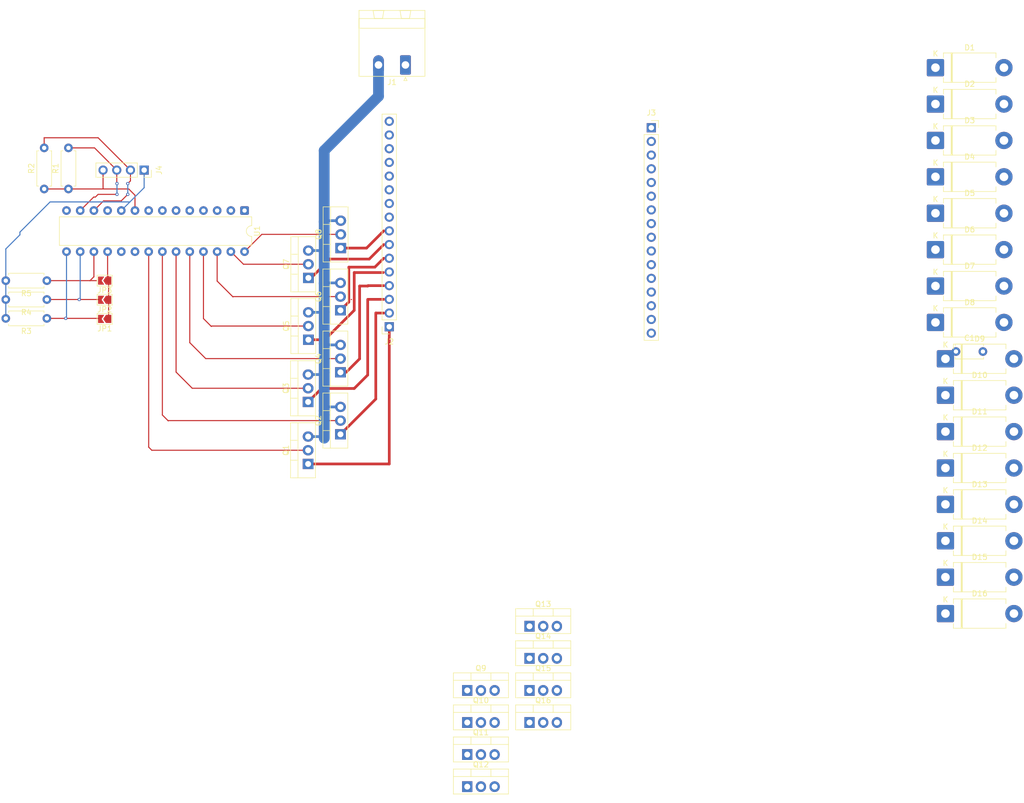
<source format=kicad_pcb>
(kicad_pcb (version 20241229) (generator "pcbnew") (generator_version "9.0")
  (layers (0 "F.Cu" signal) (2 "B.Cu" signal) (13 "F.Paste" user) (15 "B.Paste" user) (5 "F.SilkS" user "F.Silkscreen") (7 "B.SilkS" user "B.Silkscreen") (1 "F.Mask" user) (3 "B.Mask" user) (25 "Edge.Cuts" user))
  (net 0 "")
  (net 1 "+12V")
  (net 2 "GNDPWR")
  (net 3 "Net-(D1-A)")
  (net 4 "Net-(D2-A)")
  (net 5 "Net-(D3-A)")
  (net 6 "Net-(D4-A)")
  (net 7 "Net-(D5-A)")
  (net 8 "Net-(D6-A)")
  (net 9 "Net-(D7-A)")
  (net 10 "Net-(D8-A)")
  (net 11 "Net-(D9-A)")
  (net 12 "Net-(D10-A)")
  (net 13 "Net-(D11-A)")
  (net 14 "Net-(D12-A)")
  (net 15 "Net-(D13-A)")
  (net 16 "Net-(D14-A)")
  (net 17 "Net-(D15-A)")
  (net 18 "Net-(D16-A)")
  (net 19 "/SDA")
  (net 20 "/SDK")
  (net 21 "+3.3V")
  (net 22 "Net-(JP1-B)")
  (net 23 "Net-(JP2-B)")
  (net 24 "Net-(JP3-B)")
  (net 25 "/Sol1")
  (net 26 "/Sol2")
  (net 27 "/Sol3")
  (net 28 "/Sol4")
  (net 29 "/Sol5")
  (net 30 "/Sol6")
  (net 31 "/Sol7")
  (net 32 "/Sol8")
  (net 33 "/Sol9")
  (net 34 "/Sol10")
  (net 35 "/Sol11")
  (net 36 "/Sol12")
  (net 37 "/Sol13")
  (net 38 "/Sol14")
  (net 39 "/Sol15")
  (net 40 "/Sol16")
  (footprint "Jumper:SolderJumper-2_P1.3mm_Open_TrianglePad1.0x1.5mm" (layer "F.Cu") (at 66.225 95.5 180)
    (property "Reference" "JP3" (at 0 -1.8 0) (layer "F.SilkS"))
    (property "Value" "SolderJumper_2_Open")
    (pad "1" smd custom (at -0.725 0 180) (size 0.3 0.3) (layers "F.Cu" "F.Mask") (net 21 "+3.3V") (options (clearance outline) (anchor rect)) (primitives (gr_poly (pts (xy 1 0) (xy 0.5 0.75) (xy -0.5 0.75) (xy -0.5 -0.75) (xy 0.5 -0.75)) (width 0) (fill yes))))
    (pad "2" smd custom (at 0.725 0 180) (size 0.3 0.3) (layers "F.Cu" "F.Mask") (net 24 "Net-(JP3-B)") (options (clearance outline) (anchor rect)) (primitives (gr_poly (pts (xy 0.5 0.75) (xy -0.65 0.75) (xy -0.15 0) (xy -0.65 -0.75) (xy 0.5 -0.75)) (width 0) (fill yes))))
  )
  (footprint "Diode_THT:D_DO-201AD_P12.70mm_Horizontal" (layer "F.Cu") (at 220.3 76.25)
    (property "Reference" "D4" (at 6.35 -3.72 0) (layer "F.SilkS"))
    (property "Value" "D_Schottky")
    (fp_text user "K" (at 0 -2.6 0) (layer "F.SilkS"))
    (pad "1" thru_hole roundrect (at 0 0) (size 3.2 3.2) (drill 1.6) (layers "*.Cu" "*.Mask") (roundrect_rratio 0.078125) (net 1 "+12V"))
    (pad "2" thru_hole circle (at 12.7 0) (size 3.2 3.2) (drill 1.6) (layers "*.Cu" "*.Mask") (net 6 "Net-(D4-A)"))
  )
  (footprint "Diode_THT:D_DO-201AD_P12.70mm_Horizontal" (layer "F.Cu") (at 222.15 143.75)
    (property "Reference" "D14" (at 6.35 -3.72 0) (layer "F.SilkS"))
    (property "Value" "D_Schottky")
    (fp_text user "K" (at 0 -2.6 0) (layer "F.SilkS"))
    (pad "1" thru_hole roundrect (at 0 0) (size 3.2 3.2) (drill 1.6) (layers "*.Cu" "*.Mask") (roundrect_rratio 0.078125) (net 1 "+12V"))
    (pad "2" thru_hole circle (at 12.7 0) (size 3.2 3.2) (drill 1.6) (layers "*.Cu" "*.Mask") (net 16 "Net-(D14-A)"))
  )
  (footprint "Package_TO_SOT_THT:TO-220-3_Vertical" (layer "F.Cu") (at 110 89.46 90)
    (property "Reference" "Q8" (at 2.54 -4.1 90) (layer "F.SilkS"))
    (property "Value" "NMOS")
    (pad "1" thru_hole rect (at 0 0 90) (size 1.905 2) (drill 1.1) (layers "*.Cu" "*.Mask") (net 10 "Net-(D8-A)"))
    (pad "2" thru_hole oval (at 2.54 0 90) (size 1.905 2) (drill 1.1) (layers "*.Cu" "*.Mask") (net 32 "/Sol8"))
    (pad "3" thru_hole oval (at 5.08 0 90) (size 1.905 2) (drill 1.1) (layers "*.Cu" "*.Mask") (net 2 "GNDPWR"))
  )
  (footprint "Connector_PinSocket_2.54mm:PinSocket_1x04_P2.54mm_Vertical" (layer "F.Cu") (at 73.54 75 -90)
    (property "Reference" "J4" (at 0 -2.77 90) (layer "F.SilkS"))
    (property "Value" "Screw_Terminal_01x04")
    (pad "1" thru_hole rect (at 0 0 270) (size 1.7 1.7) (drill 1) (layers "*.Cu" "*.Mask") (net 2 "GNDPWR"))
    (pad "2" thru_hole circle (at 0 2.54 270) (size 1.7 1.7) (drill 1) (layers "*.Cu" "*.Mask") (net 20 "/SDK"))
    (pad "3" thru_hole circle (at 0 5.08 270) (size 1.7 1.7) (drill 1) (layers "*.Cu" "*.Mask") (net 19 "/SDA"))
    (pad "4" thru_hole circle (at 0 7.62 270) (size 1.7 1.7) (drill 1) (layers "*.Cu" "*.Mask") (net 21 "+3.3V"))
  )
  (footprint "Diode_THT:D_DO-201AD_P12.70mm_Horizontal" (layer "F.Cu") (at 222.15 157.25)
    (property "Reference" "D16" (at 6.35 -3.72 0) (layer "F.SilkS"))
    (property "Value" "D_Schottky")
    (fp_text user "K" (at 0 -2.6 0) (layer "F.SilkS"))
    (pad "1" thru_hole roundrect (at 0 0) (size 3.2 3.2) (drill 1.6) (layers "*.Cu" "*.Mask") (roundrect_rratio 0.078125) (net 1 "+12V"))
    (pad "2" thru_hole circle (at 12.7 0) (size 3.2 3.2) (drill 1.6) (layers "*.Cu" "*.Mask") (net 18 "Net-(D16-A)"))
  )
  (footprint "Diode_THT:D_DO-201AD_P12.70mm_Horizontal" (layer "F.Cu") (at 220.3 96.5)
    (property "Reference" "D7" (at 6.35 -3.72 0) (layer "F.SilkS"))
    (property "Value" "D_Schottky")
    (fp_text user "K" (at 0 -2.6 0) (layer "F.SilkS"))
    (pad "1" thru_hole roundrect (at 0 0) (size 3.2 3.2) (drill 1.6) (layers "*.Cu" "*.Mask") (roundrect_rratio 0.078125) (net 1 "+12V"))
    (pad "2" thru_hole circle (at 12.7 0) (size 3.2 3.2) (drill 1.6) (layers "*.Cu" "*.Mask") (net 9 "Net-(D7-A)"))
  )
  (footprint "Diode_THT:D_DO-201AD_P12.70mm_Horizontal" (layer "F.Cu") (at 220.3 62.75)
    (property "Reference" "D2" (at 6.35 -3.72 0) (layer "F.SilkS"))
    (property "Value" "D_Schottky")
    (fp_text user "K" (at 0 -2.6 0) (layer "F.SilkS"))
    (pad "1" thru_hole roundrect (at 0 0) (size 3.2 3.2) (drill 1.6) (layers "*.Cu" "*.Mask") (roundrect_rratio 0.078125) (net 1 "+12V"))
    (pad "2" thru_hole circle (at 12.7 0) (size 3.2 3.2) (drill 1.6) (layers "*.Cu" "*.Mask") (net 4 "Net-(D2-A)"))
  )
  (footprint "Diode_THT:D_DO-201AD_P12.70mm_Horizontal" (layer "F.Cu") (at 220.3 83)
    (property "Reference" "D5" (at 6.35 -3.72 0) (layer "F.SilkS"))
    (property "Value" "D_Schottky")
    (fp_text user "K" (at 0 -2.6 0) (layer "F.SilkS"))
    (pad "1" thru_hole roundrect (at 0 0) (size 3.2 3.2) (drill 1.6) (layers "*.Cu" "*.Mask") (roundrect_rratio 0.078125) (net 1 "+12V"))
    (pad "2" thru_hole circle (at 12.7 0) (size 3.2 3.2) (drill 1.6) (layers "*.Cu" "*.Mask") (net 7 "Net-(D5-A)"))
  )
  (footprint "Package_TO_SOT_THT:TO-220-3_Vertical" (layer "F.Cu") (at 103.95 129.5 90)
    (property "Reference" "Q1" (at 2.54 -4.1 90) (layer "F.SilkS"))
    (property "Value" "NMOS")
    (pad "1" thru_hole rect (at 0 0 90) (size 1.905 2) (drill 1.1) (layers "*.Cu" "*.Mask") (net 3 "Net-(D1-A)"))
    (pad "2" thru_hole oval (at 2.54 0 90) (size 1.905 2) (drill 1.1) (layers "*.Cu" "*.Mask") (net 25 "/Sol1"))
    (pad "3" thru_hole oval (at 5.08 0 90) (size 1.905 2) (drill 1.1) (layers "*.Cu" "*.Mask") (net 2 "GNDPWR"))
  )
  (footprint "Package_TO_SOT_THT:TO-220-3_Vertical" (layer "F.Cu") (at 145.01 159.6)
    (property "Reference" "Q13" (at 2.54 -4.1 0) (layer "F.SilkS"))
    (property "Value" "NMOS")
    (pad "1" thru_hole rect (at 0 0) (size 1.905 2) (drill 1.1) (layers "*.Cu" "*.Mask") (net 15 "Net-(D13-A)"))
    (pad "2" thru_hole oval (at 2.54 0) (size 1.905 2) (drill 1.1) (layers "*.Cu" "*.Mask") (net 37 "/Sol13"))
    (pad "3" thru_hole oval (at 5.08 0) (size 1.905 2) (drill 1.1) (layers "*.Cu" "*.Mask") (net 2 "GNDPWR"))
  )
  (footprint "Package_TO_SOT_THT:TO-220-3_Vertical" (layer "F.Cu") (at 104 106.46 90)
    (property "Reference" "Q5" (at 2.54 -4.1 90) (layer "F.SilkS"))
    (property "Value" "NMOS")
    (pad "1" thru_hole rect (at 0 0 90) (size 1.905 2) (drill 1.1) (layers "*.Cu" "*.Mask") (net 7 "Net-(D5-A)"))
    (pad "2" thru_hole oval (at 2.54 0 90) (size 1.905 2) (drill 1.1) (layers "*.Cu" "*.Mask") (net 29 "/Sol5"))
    (pad "3" thru_hole oval (at 5.08 0 90) (size 1.905 2) (drill 1.1) (layers "*.Cu" "*.Mask") (net 2 "GNDPWR"))
  )
  (footprint "Connector_Phoenix_MSTB:PhoenixContact_MSTBA_2,5_2-G_1x02_P5.00mm_Horizontal" (layer "F.Cu") (at 122 55.5 180)
    (property "Reference" "J1" (at 2.5 -3.2 0) (layer "F.SilkS"))
    (property "Value" "Screw_Terminal_01x02")
    (pad "1" thru_hole roundrect (at 0 0 180) (size 2 3.6) (drill 1.4) (layers "*.Cu" "*.Mask") (roundrect_rratio 0.125) (net 1 "+12V"))
    (pad "2" thru_hole oval (at 5 0 180) (size 2 3.6) (drill 1.4) (layers "*.Cu" "*.Mask") (net 2 "GNDPWR"))
  )
  (footprint "Package_TO_SOT_THT:TO-220-3_Vertical" (layer "F.Cu") (at 109.95 101 90)
    (property "Reference" "Q6" (at 2.54 -4.1 90) (layer "F.SilkS"))
    (property "Value" "NMOS")
    (pad "1" thru_hole rect (at 0 0 90) (size 1.905 2) (drill 1.1) (layers "*.Cu" "*.Mask") (net 8 "Net-(D6-A)"))
    (pad "2" thru_hole oval (at 2.54 0 90) (size 1.905 2) (drill 1.1) (layers "*.Cu" "*.Mask") (net 30 "/Sol6"))
    (pad "3" thru_hole oval (at 5.08 0 90) (size 1.905 2) (drill 1.1) (layers "*.Cu" "*.Mask") (net 2 "GNDPWR"))
  )
  (footprint "Package_TO_SOT_THT:TO-220-3_Vertical" (layer "F.Cu") (at 109.95 124 90)
    (property "Reference" "Q2" (at 2.54 -4.1 90) (layer "F.SilkS"))
    (property "Value" "NMOS")
    (pad "1" thru_hole rect (at 0 0 90) (size 1.905 2) (drill 1.1) (layers "*.Cu" "*.Mask") (net 4 "Net-(D2-A)"))
    (pad "2" thru_hole oval (at 2.54 0 90) (size 1.905 2) (drill 1.1) (layers "*.Cu" "*.Mask") (net 26 "/Sol2"))
    (pad "3" thru_hole oval (at 5.08 0 90) (size 1.905 2) (drill 1.1) (layers "*.Cu" "*.Mask") (net 2 "GNDPWR"))
  )
  (footprint "Diode_THT:D_DO-201AD_P12.70mm_Horizontal" (layer "F.Cu") (at 222.15 110)
    (property "Reference" "D9" (at 6.35 -3.72 0) (layer "F.SilkS"))
    (property "Value" "D_Schottky")
    (fp_text user "K" (at 0 -2.6 0) (layer "F.SilkS"))
    (pad "1" thru_hole roundrect (at 0 0) (size 3.2 3.2) (drill 1.6) (layers "*.Cu" "*.Mask") (roundrect_rratio 0.078125) (net 1 "+12V"))
    (pad "2" thru_hole circle (at 12.7 0) (size 3.2 3.2) (drill 1.6) (layers "*.Cu" "*.Mask") (net 11 "Net-(D9-A)"))
  )
  (footprint "Package_TO_SOT_THT:TO-220-3_Vertical" (layer "F.Cu") (at 133.46 189.35)
    (property "Reference" "Q12" (at 2.54 -4.1 0) (layer "F.SilkS"))
    (property "Value" "NMOS")
    (pad "1" thru_hole rect (at 0 0) (size 1.905 2) (drill 1.1) (layers "*.Cu" "*.Mask") (net 14 "Net-(D12-A)"))
    (pad "2" thru_hole oval (at 2.54 0) (size 1.905 2) (drill 1.1) (layers "*.Cu" "*.Mask") (net 36 "/Sol12"))
    (pad "3" thru_hole oval (at 5.08 0) (size 1.905 2) (drill 1.1) (layers "*.Cu" "*.Mask") (net 2 "GNDPWR"))
  )
  (footprint "Package_TO_SOT_THT:TO-220-3_Vertical" (layer "F.Cu") (at 109.95 112.5 90)
    (property "Reference" "Q4" (at 2.54 -4.1 90) (layer "F.SilkS"))
    (property "Value" "NMOS")
    (pad "1" thru_hole rect (at 0 0 90) (size 1.905 2) (drill 1.1) (layers "*.Cu" "*.Mask") (net 6 "Net-(D4-A)"))
    (pad "2" thru_hole oval (at 2.54 0 90) (size 1.905 2) (drill 1.1) (layers "*.Cu" "*.Mask") (net 28 "/Sol4"))
    (pad "3" thru_hole oval (at 5.08 0 90) (size 1.905 2) (drill 1.1) (layers "*.Cu" "*.Mask") (net 2 "GNDPWR"))
  )
  (footprint "Package_TO_SOT_THT:TO-220-3_Vertical" (layer "F.Cu") (at 104 95 90)
    (property "Reference" "Q7" (at 2.54 -4.1 90) (layer "F.SilkS"))
    (property "Value" "NMOS")
    (pad "1" thru_hole rect (at 0 0 90) (size 1.905 2) (drill 1.1) (layers "*.Cu" "*.Mask") (net 9 "Net-(D7-A)"))
    (pad "2" thru_hole oval (at 2.54 0 90) (size 1.905 2) (drill 1.1) (layers "*.Cu" "*.Mask") (net 31 "/Sol7"))
    (pad "3" thru_hole oval (at 5.08 0 90) (size 1.905 2) (drill 1.1) (layers "*.Cu" "*.Mask") (net 2 "GNDPWR"))
  )
  (footprint "Resistor_THT:R_Axial_DIN0207_L6.3mm_D2.5mm_P7.62mm_Horizontal" (layer "F.Cu") (at 55.5 99 180)
    (property "Reference" "R4" (at 3.81 -2.37 0) (layer "F.SilkS"))
    (property "Value" "10k")
    (pad "1" thru_hole circle (at 0 0 180) (size 1.6 1.6) (drill 0.8) (layers "*.Cu" "*.Mask") (net 23 "Net-(JP2-B)"))
    (pad "2" thru_hole circle (at 7.62 0 180) (size 1.6 1.6) (drill 0.8) (layers "*.Cu" "*.Mask") (net 2 "GNDPWR"))
  )
  (footprint "Diode_THT:D_DO-201AD_P12.70mm_Horizontal" (layer "F.Cu") (at 222.15 123.5)
    (property "Reference" "D11" (at 6.35 -3.72 0) (layer "F.SilkS"))
    (property "Value" "D_Schottky")
    (fp_text user "K" (at 0 -2.6 0) (layer "F.SilkS"))
    (pad "1" thru_hole roundrect (at 0 0) (size 3.2 3.2) (drill 1.6) (layers "*.Cu" "*.Mask") (roundrect_rratio 0.078125) (net 1 "+12V"))
    (pad "2" thru_hole circle (at 12.7 0) (size 3.2 3.2) (drill 1.6) (layers "*.Cu" "*.Mask") (net 13 "Net-(D11-A)"))
  )
  (footprint "Resistor_THT:R_Axial_DIN0207_L6.3mm_D2.5mm_P7.62mm_Horizontal" (layer "F.Cu") (at 55.5 102.5 180)
    (property "Reference" "R3" (at 3.81 -2.37 0) (layer "F.SilkS"))
    (property "Value" "10k")
    (pad "1" thru_hole circle (at 0 0 180) (size 1.6 1.6) (drill 0.8) (layers "*.Cu" "*.Mask") (net 22 "Net-(JP1-B)"))
    (pad "2" thru_hole circle (at 7.62 0 180) (size 1.6 1.6) (drill 0.8) (layers "*.Cu" "*.Mask") (net 2 "GNDPWR"))
  )
  (footprint "Package_TO_SOT_THT:TO-220-3_Vertical" (layer "F.Cu") (at 145.01 165.55)
    (property "Reference" "Q14" (at 2.54 -4.1 0) (layer "F.SilkS"))
    (property "Value" "NMOS")
    (pad "1" thru_hole rect (at 0 0) (size 1.905 2) (drill 1.1) (layers "*.Cu" "*.Mask") (net 16 "Net-(D14-A)"))
    (pad "2" thru_hole oval (at 2.54 0) (size 1.905 2) (drill 1.1) (layers "*.Cu" "*.Mask") (net 38 "/Sol14"))
    (pad "3" thru_hole oval (at 5.08 0) (size 1.905 2) (drill 1.1) (layers "*.Cu" "*.Mask") (net 2 "GNDPWR"))
  )
  (footprint "Package_TO_SOT_THT:TO-220-3_Vertical" (layer "F.Cu") (at 145.01 171.5)
    (property "Reference" "Q15" (at 2.54 -4.1 0) (layer "F.SilkS"))
    (property "Value" "NMOS")
    (pad "1" thru_hole rect (at 0 0) (size 1.905 2) (drill 1.1) (layers "*.Cu" "*.Mask") (net 17 "Net-(D15-A)"))
    (pad "2" thru_hole oval (at 2.54 0) (size 1.905 2) (drill 1.1) (layers "*.Cu" "*.Mask") (net 39 "/Sol15"))
    (pad "3" thru_hole oval (at 5.08 0) (size 1.905 2) (drill 1.1) (layers "*.Cu" "*.Mask") (net 2 "GNDPWR"))
  )
  (footprint "Capacitor_THT:C_Disc_D5.0mm_W2.5mm_P5.00mm" (layer "F.Cu") (at 224.1 108.65)
    (property "Reference" "C1" (at 2.5 -2.5 0) (layer "F.SilkS"))
    (property "Value" "0.1uF")
    (pad "1" thru_hole circle (at 0 0) (size 1.6 1.6) (drill 0.8) (layers "*.Cu" "*.Mask") (net 1 "+12V"))
    (pad "2" thru_hole circle (at 5 0) (size 1.6 1.6) (drill 0.8) (layers "*.Cu" "*.Mask") (net 2 "GNDPWR"))
  )
  (footprint "Diode_THT:D_DO-201AD_P12.70mm_Horizontal" (layer "F.Cu") (at 222.15 150.5)
    (property "Reference" "D15" (at 6.35 -3.72 0) (layer "F.SilkS"))
    (property "Value" "D_Schottky")
    (fp_text user "K" (at 0 -2.6 0) (layer "F.SilkS"))
    (pad "1" thru_hole roundrect (at 0 0) (size 3.2 3.2) (drill 1.6) (layers "*.Cu" "*.Mask") (roundrect_rratio 0.078125) (net 1 "+12V"))
    (pad "2" thru_hole circle (at 12.7 0) (size 3.2 3.2) (drill 1.6) (layers "*.Cu" "*.Mask") (net 17 "Net-(D15-A)"))
  )
  (footprint "Connector_PinSocket_2.54mm:PinSocket_1x16_P2.54mm_Vertical" (layer "F.Cu") (at 119 104.05 180)
    (property "Reference" "J2" (at 0 -2.77 0) (layer "F.SilkS"))
    (property "Value" "Screw_Terminal_01x16")
    (pad "1" thru_hole rect (at 0 0 180) (size 1.7 1.7) (drill 1) (layers "*.Cu" "*.Mask") (net 3 "Net-(D1-A)"))
    (pad "2" thru_hole circle (at 0 2.54 180) (size 1.7 1.7) (drill 1) (layers "*.Cu" "*.Mask") (net 4 "Net-(D2-A)"))
    (pad "3" thru_hole circle (at 0 5.08 180) (size 1.7 1.7) (drill 1) (layers "*.Cu" "*.Mask") (net 5 "Net-(D3-A)"))
    (pad "4" thru_hole circle (at 0 7.62 180) (size 1.7 1.7) (drill 1) (layers "*.Cu" "*.Mask") (net 6 "Net-(D4-A)"))
    (pad "5" thru_hole circle (at 0 10.16 180) (size 1.7 1.7) (drill 1) (layers "*.Cu" "*.Mask") (net 7 "Net-(D5-A)"))
    (pad "6" thru_hole circle (at 0 12.7 180) (size 1.7 1.7) (drill 1) (layers "*.Cu" "*.Mask") (net 8 "Net-(D6-A)"))
    (pad "7" thru_hole circle (at 0 15.24 180) (size 1.7 1.7) (drill 1) (layers "*.Cu" "*.Mask") (net 9 "Net-(D7-A)"))
    (pad "8" thru_hole circle (at 0 17.78 180) (size 1.7 1.7) (drill 1) (layers "*.Cu" "*.Mask") (net 10 "Net-(D8-A)"))
    (pad "9" thru_hole circle (at 0 20.32 180) (size 1.7 1.7) (drill 1) (layers "*.Cu" "*.Mask") (net 11 "Net-(D9-A)"))
    (pad "10" thru_hole circle (at 0 22.86 180) (size 1.7 1.7) (drill 1) (layers "*.Cu" "*.Mask") (net 12 "Net-(D10-A)"))
    (pad "11" thru_hole circle (at 0 25.4 180) (size 1.7 1.7) (drill 1) (layers "*.Cu" "*.Mask") (net 13 "Net-(D11-A)"))
    (pad "12" thru_hole circle (at 0 27.94 180) (size 1.7 1.7) (drill 1) (layers "*.Cu" "*.Mask") (net 14 "Net-(D12-A)"))
    (pad "13" thru_hole circle (at 0 30.48 180) (size 1.7 1.7) (drill 1) (layers "*.Cu" "*.Mask") (net 15 "Net-(D13-A)"))
    (pad "14" thru_hole circle (at 0 33.02 180) (size 1.7 1.7) (drill 1) (layers "*.Cu" "*.Mask") (net 16 "Net-(D14-A)"))
    (pad "15" thru_hole circle (at 0 35.56 180) (size 1.7 1.7) (drill 1) (layers "*.Cu" "*.Mask") (net 17 "Net-(D15-A)"))
    (pad "16" thru_hole circle (at 0 38.1 180) (size 1.7 1.7) (drill 1) (layers "*.Cu" "*.Mask") (net 18 "Net-(D16-A)"))
  )
  (footprint "Resistor_THT:R_Axial_DIN0207_L6.3mm_D2.5mm_P7.62mm_Horizontal" (layer "F.Cu") (at 55 78.5 90)
    (property "Reference" "R2" (at 3.81 -2.37 90) (layer "F.SilkS"))
    (property "Value" "4k8")
    (pad "1" thru_hole circle (at 0 0 90) (size 1.6 1.6) (drill 0.8) (layers "*.Cu" "*.Mask") (net 21 "+3.3V"))
    (pad "2" thru_hole circle (at 7.62 0 90) (size 1.6 1.6) (drill 0.8) (layers "*.Cu" "*.Mask") (net 20 "/SDK"))
  )
  (footprint "Jumper:SolderJumper-2_P1.3mm_Open_TrianglePad1.0x1.5mm" (layer "F.Cu") (at 66.225 99.05 180)
    (property "Reference" "JP2" (at 0 -1.8 0) (layer "F.SilkS"))
    (property "Value" "SolderJumper_2_Open")
    (pad "1" smd custom (at -0.725 0 180) (size 0.3 0.3) (layers "F.Cu" "F.Mask") (net 21 "+3.3V") (options (clearance outline) (anchor rect)) (primitives (gr_poly (pts (xy 1 0) (xy 0.5 0.75) (xy -0.5 0.75) (xy -0.5 -0.75) (xy 0.5 -0.75)) (width 0) (fill yes))))
    (pad "2" smd custom (at 0.725 0 180) (size 0.3 0.3) (layers "F.Cu" "F.Mask") (net 23 "Net-(JP2-B)") (options (clearance outline) (anchor rect)) (primitives (gr_poly (pts (xy 0.5 0.75) (xy -0.65 0.75) (xy -0.15 0) (xy -0.65 -0.75) (xy 0.5 -0.75)) (width 0) (fill yes))))
  )
  (footprint "Package_TO_SOT_THT:TO-220-3_Vertical" (layer "F.Cu") (at 133.46 177.45)
    (property "Reference" "Q10" (at 2.54 -4.1 0) (layer "F.SilkS"))
    (property "Value" "NMOS")
    (pad "1" thru_hole rect (at 0 0) (size 1.905 2) (drill 1.1) (layers "*.Cu" "*.Mask") (net 12 "Net-(D10-A)"))
    (pad "2" thru_hole oval (at 2.54 0) (size 1.905 2) (drill 1.1) (layers "*.Cu" "*.Mask") (net 34 "/Sol10"))
    (pad "3" thru_hole oval (at 5.08 0) (size 1.905 2) (drill 1.1) (layers "*.Cu" "*.Mask") (net 2 "GNDPWR"))
  )
  (footprint "Connector_PinSocket_2.54mm:PinSocket_1x16_P2.54mm_Vertical" (layer "F.Cu") (at 167.6 67.14)
    (property "Reference" "J3" (at 0 -2.77 0) (layer "F.SilkS"))
    (property "Value" "Screw_Terminal_01x16")
    (pad "1" thru_hole rect (at 0 0) (size 1.7 1.7) (drill 1) (layers "*.Cu" "*.Mask") (net 1 "+12V"))
    (pad "2" thru_hole circle (at 0 2.54) (size 1.7 1.7) (drill 1) (layers "*.Cu" "*.Mask") (net 1 "+12V"))
    (pad "3" thru_hole circle (at 0 5.08) (size 1.7 1.7) (drill 1) (layers "*.Cu" "*.Mask") (net 1 "+12V"))
    (pad "4" thru_hole circle (at 0 7.62) (size 1.7 1.7) (drill 1) (layers "*.Cu" "*.Mask") (net 1 "+12V"))
    (pad "5" thru_hole circle (at 0 10.16) (size 1.7 1.7) (drill 1) (layers "*.Cu" "*.Mask") (net 1 "+12V"))
    (pad "6" thru_hole circle (at 0 12.7) (size 1.7 1.7) (drill 1) (layers "*.Cu" "*.Mask") (net 1 "+12V"))
    (pad "7" thru_hole circle (at 0 15.24) (size 1.7 1.7) (drill 1) (layers "*.Cu" "*.Mask") (net 1 "+12V"))
    (pad "8" thru_hole circle (at 0 17.78) (size 1.7 1.7) (drill 1) (layers "*.Cu" "*.Mask") (net 1 "+12V"))
    (pad "9" thru_hole circle (at 0 20.32) (size 1.7 1.7) (drill 1) (layers "*.Cu" "*.Mask") (net 1 "+12V"))
    (pad "10" thru_hole circle (at 0 22.86) (size 1.7 1.7) (drill 1) (layers "*.Cu" "*.Mask") (net 1 "+12V"))
    (pad "11" thru_hole circle (at 0 25.4) (size 1.7 1.7) (drill 1) (layers "*.Cu" "*.Mask") (net 1 "+12V"))
    (pad "12" thru_hole circle (at 0 27.94) (size 1.7 1.7) (drill 1) (layers "*.Cu" "*.Mask") (net 1 "+12V"))
    (pad "13" thru_hole circle (at 0 30.48) (size 1.7 1.7) (drill 1) (layers "*.Cu" "*.Mask") (net 1 "+12V"))
    (pad "14" thru_hole circle (at 0 33.02) (size 1.7 1.7) (drill 1) (layers "*.Cu" "*.Mask") (net 1 "+12V"))
    (pad "15" thru_hole circle (at 0 35.56) (size 1.7 1.7) (drill 1) (layers "*.Cu" "*.Mask") (net 1 "+12V"))
    (pad "16" thru_hole circle (at 0 38.1) (size 1.7 1.7) (drill 1) (layers "*.Cu" "*.Mask") (net 1 "+12V"))
  )
  (footprint "Resistor_THT:R_Axial_DIN0207_L6.3mm_D2.5mm_P7.62mm_Horizontal" (layer "F.Cu") (at 55.5 95.5 180)
    (property "Reference" "R5" (at 3.81 -2.37 0) (layer "F.SilkS"))
    (property "Value" "10k")
    (pad "1" thru_hole circle (at 0 0 180) (size 1.6 1.6) (drill 0.8) (layers "*.Cu" "*.Mask") (net 24 "Net-(JP3-B)"))
    (pad "2" thru_hole circle (at 7.62 0 180) (size 1.6 1.6) (drill 0.8) (layers "*.Cu" "*.Mask") (net 2 "GNDPWR"))
  )
  (footprint "Resistor_THT:R_Axial_DIN0207_L6.3mm_D2.5mm_P7.62mm_Horizontal" (layer "F.Cu") (at 59.5 78.5 90)
    (property "Reference" "R1" (at 3.81 -2.37 90) (layer "F.SilkS"))
    (property "Value" "4k8")
    (pad "1" thru_hole circle (at 0 0 90) (size 1.6 1.6) (drill 0.8) (layers "*.Cu" "*.Mask") (net 21 "+3.3V"))
    (pad "2" thru_hole circle (at 7.62 0 90) (size 1.6 1.6) (drill 0.8) (layers "*.Cu" "*.Mask") (net 19 "/SDA"))
  )
  (footprint "Package_TO_SOT_THT:TO-220-3_Vertical" (layer "F.Cu") (at 133.46 183.4)
    (property "Reference" "Q11" (at 2.54 -4.1 0) (layer "F.SilkS"))
    (property "Value" "NMOS")
    (pad "1" thru_hole rect (at 0 0) (size 1.905 2) (drill 1.1) (layers "*.Cu" "*.Mask") (net 13 "Net-(D11-A)"))
    (pad "2" thru_hole oval (at 2.54 0) (size 1.905 2) (drill 1.1) (layers "*.Cu" "*.Mask") (net 35 "/Sol11"))
    (pad "3" thru_hole oval (at 5.08 0) (size 1.905 2) (drill 1.1) (layers "*.Cu" "*.Mask") (net 2 "GNDPWR"))
  )
  (footprint "Diode_THT:D_DO-201AD_P12.70mm_Horizontal" (layer "F.Cu") (at 222.15 130.25)
    (property "Reference" "D12" (at 6.35 -3.72 0) (layer "F.SilkS"))
    (property "Value" "D_Schottky")
    (fp_text user "K" (at 0 -2.6 0) (layer "F.SilkS"))
    (pad "1" thru_hole roundrect (at 0 0) (size 3.2 3.2) (drill 1.6) (layers "*.Cu" "*.Mask") (roundrect_rratio 0.078125) (net 1 "+12V"))
    (pad "2" thru_hole circle (at 12.7 0) (size 3.2 3.2) (drill 1.6) (layers "*.Cu" "*.Mask") (net 14 "Net-(D12-A)"))
  )
  (footprint "Diode_THT:D_DO-201AD_P12.70mm_Horizontal" (layer "F.Cu") (at 220.3 89.75)
    (property "Reference" "D6" (at 6.35 -3.72 0) (layer "F.SilkS"))
    (property "Value" "D_Schottky")
    (fp_text user "K" (at 0 -2.6 0) (layer "F.SilkS"))
    (pad "1" thru_hole roundrect (at 0 0) (size 3.2 3.2) (drill 1.6) (layers "*.Cu" "*.Mask") (roundrect_rratio 0.078125) (net 1 "+12V"))
    (pad "2" thru_hole circle (at 12.7 0) (size 3.2 3.2) (drill 1.6) (layers "*.Cu" "*.Mask") (net 8 "Net-(D6-A)"))
  )
  (footprint "Package_DIP:DIP-28_W7.62mm" (layer "F.Cu") (at 92.16 82.5 -90)
    (property "Reference" "U1" (at 3.81 -2.33 90) (layer "F.SilkS"))
    (property "Value" "MCP23017_SP")
    (pad "1" thru_hole roundrect (at 0 0 270) (size 1.6 1.6) (drill 0.8) (layers "*.Cu" "*.Mask") (roundrect_rratio 0.15625) (net 33 "/Sol9"))
    (pad "2" thru_hole circle (at 0 2.54 270) (size 1.6 1.6) (drill 0.8) (layers "*.Cu" "*.Mask") (net 34 "/Sol10"))
    (pad "3" thru_hole circle (at 0 5.08 270) (size 1.6 1.6) (drill 0.8) (layers "*.Cu" "*.Mask") (net 35 "/Sol11"))
    (pad "4" thru_hole circle (at 0 7.62 270) (size 1.6 1.6) (drill 0.8) (layers "*.Cu" "*.Mask") (net 36 "/Sol12"))
    (pad "5" thru_hole circle (at 0 10.16 270) (size 1.6 1.6) (drill 0.8) (layers "*.Cu" "*.Mask") (net 37 "/Sol13"))
    (pad "6" thru_hole circle (at 0 12.7 270) (size 1.6 1.6) (drill 0.8) (layers "*.Cu" "*.Mask") (net 38 "/Sol14"))
    (pad "7" thru_hole circle (at 0 15.24 270) (size 1.6 1.6) (drill 0.8) (layers "*.Cu" "*.Mask") (net 39 "/Sol15"))
    (pad "8" thru_hole circle (at 0 17.78 270) (size 1.6 1.6) (drill 0.8) (layers "*.Cu" "*.Mask") (net 40 "/Sol16"))
    (pad "9" thru_hole circle (at 0 20.32 270) (size 1.6 1.6) (drill 0.8) (layers "*.Cu" "*.Mask") (net 21 "+3.3V"))
    (pad "10" thru_hole circle (at 0 22.86 270) (size 1.6 1.6) (drill 0.8) (layers "*.Cu" "*.Mask") (net 2 "GNDPWR"))
    (pad "11" thru_hole circle (at 0 25.4 270) (size 1.6 1.6) (drill 0.8) (layers "*.Cu" "*.Mask"))
    (pad "12" thru_hole circle (at 0 27.94 270) (size 1.6 1.6) (drill 0.8) (layers "*.Cu" "*.Mask") (net 20 "/SDK"))
    (pad "13" thru_hole circle (at 0 30.48 270) (size 1.6 1.6) (drill 0.8) (layers "*.Cu" "*.Mask") (net 19 "/SDA"))
    (pad "14" thru_hole circle (at 0 33.02 270) (size 1.6 1.6) (drill 0.8) (layers "*.Cu" "*.Mask"))
    (pad "15" thru_hole circle (at 7.62 33.02 270) (size 1.6 1.6) (drill 0.8) (layers "*.Cu" "*.Mask") (net 22 "Net-(JP1-B)"))
    (pad "16" thru_hole circle (at 7.62 30.48 270) (size 1.6 1.6) (drill 0.8) (layers "*.Cu" "*.Mask") (net 23 "Net-(JP2-B)"))
    (pad "17" thru_hole circle (at 7.62 27.94 270) (size 1.6 1.6) (drill 0.8) (layers "*.Cu" "*.Mask") (net 24 "Net-(JP3-B)"))
    (pad "18" thru_hole circle (at 7.62 25.4 270) (size 1.6 1.6) (drill 0.8) (layers "*.Cu" "*.Mask") (net 21 "+3.3V"))
    (pad "19" thru_hole circle (at 7.62 22.86 270) (size 1.6 1.6) (drill 0.8) (layers "*.Cu" "*.Mask") (net 21 "+3.3V"))
    (pad "20" thru_hole circle (at 7.62 20.32 270) (size 1.6 1.6) (drill 0.8) (layers "*.Cu" "*.Mask") (net 21 "+3.3V"))
    (pad "21" thru_hole circle (at 7.62 17.78 270) (size 1.6 1.6) (drill 0.8) (layers "*.Cu" "*.Mask") (net 25 "/Sol1"))
    (pad "22" thru_hole circle (at 7.62 15.24 270) (size 1.6 1.6) (drill 0.8) (layers "*.Cu" "*.Mask") (net 26 "/Sol2"))
    (pad "23" thru_hole circle (at 7.62 12.7 270) (size 1.6 1.6) (drill 0.8) (layers "*.Cu" "*.Mask") (net 27 "/Sol3"))
    (pad "24" thru_hole circle (at 7.62 10.16 270) (size 1.6 1.6) (drill 0.8) (layers "*.Cu" "*.Mask") (net 28 "/Sol4"))
    (pad "25" thru_hole circle (at 7.62 7.62 270) (size 1.6 1.6) (drill 0.8) (layers "*.Cu" "*.Mask") (net 29 "/Sol5"))
    (pad "26" thru_hole circle (at 7.62 5.08 270) (size 1.6 1.6) (drill 0.8) (layers "*.Cu" "*.Mask") (net 30 "/Sol6"))
    (pad "27" thru_hole circle (at 7.62 2.54 270) (size 1.6 1.6) (drill 0.8) (layers "*.Cu" "*.Mask") (net 31 "/Sol7"))
    (pad "28" thru_hole circle (at 7.62 0 270) (size 1.6 1.6) (drill 0.8) (layers "*.Cu" "*.Mask") (net 32 "/Sol8"))
  )
  (footprint "Diode_THT:D_DO-201AD_P12.70mm_Horizontal" (layer "F.Cu") (at 220.3 56)
    (property "Reference" "D1" (at 6.35 -3.72 0) (layer "F.SilkS"))
    (property "Value" "D_Schottky")
    (fp_text user "K" (at 0 -2.6 0) (layer "F.SilkS"))
    (pad "1" thru_hole roundrect (at 0 0) (size 3.2 3.2) (drill 1.6) (layers "*.Cu" "*.Mask") (roundrect_rratio 0.078125) (net 1 "+12V"))
    (pad "2" thru_hole circle (at 12.7 0) (size 3.2 3.2) (drill 1.6) (layers "*.Cu" "*.Mask") (net 3 "Net-(D1-A)"))
  )
  (footprint "Package_TO_SOT_THT:TO-220-3_Vertical" (layer "F.Cu") (at 133.46 171.5)
    (property "Reference" "Q9" (at 2.54 -4.1 0) (layer "F.SilkS"))
    (property "Value" "NMOS")
    (pad "1" thru_hole rect (at 0 0) (size 1.905 2) (drill 1.1) (layers "*.Cu" "*.Mask") (net 11 "Net-(D9-A)"))
    (pad "2" thru_hole oval (at 2.54 0) (size 1.905 2) (drill 1.1) (layers "*.Cu" "*.Mask") (net 33 "/Sol9"))
    (pad "3" thru_hole oval (at 5.08 0) (size 1.905 2) (drill 1.1) (layers "*.Cu" "*.Mask") (net 2 "GNDPWR"))
  )
  (footprint "Diode_THT:D_DO-201AD_P12.70mm_Horizontal" (layer "F.Cu") (at 220.3 69.5)
    (property "Reference" "D3" (at 6.35 -3.72 0) (layer "F.SilkS"))
    (property "Value" "D_Schottky")
    (fp_text user "K" (at 0 -2.6 0) (layer "F.SilkS"))
    (pad "1" thru_hole roundrect (at 0 0) (size 3.2 3.2) (drill 1.6) (layers "*.Cu" "*.Mask") (roundrect_rratio 0.078125) (net 1 "+12V"))
    (pad "2" thru_hole circle (at 12.7 0) (size 3.2 3.2) (drill 1.6) (layers "*.Cu" "*.Mask") (net 5 "Net-(D3-A)"))
  )
  (footprint "Jumper:SolderJumper-2_P1.3mm_Open_TrianglePad1.0x1.5mm" (layer "F.Cu") (at 66.225 102.6 180)
    (property "Reference" "JP1" (at 0 -1.8 0) (layer "F.SilkS"))
    (property "Value" "SolderJumper_2_Open")
    (pad "1" smd custom (at -0.725 0 180) (size 0.3 0.3) (layers "F.Cu" "F.Mask") (net 21 "+3.3V") (options (clearance outline) (anchor rect)) (primitives (gr_poly (pts (xy 1 0) (xy 0.5 0.75) (xy -0.5 0.75) (xy -0.5 -0.75) (xy 0.5 -0.75)) (width 0) (fill yes))))
    (pad "2" smd custom (at 0.725 0 180) (size 0.3 0.3) (layers "F.Cu" "F.Mask") (net 22 "Net-(JP1-B)") (options (clearance outline) (anchor rect)) (primitives (gr_poly (pts (xy 0.5 0.75) (xy -0.65 0.75) (xy -0.15 0) (xy -0.65 -0.75) (xy 0.5 -0.75)) (width 0) (fill yes))))
  )
  (footprint "Package_TO_SOT_THT:TO-220-3_Vertical" (layer "F.Cu") (at 145.01 177.45)
    (property "Reference" "Q16" (at 2.54 -4.1 0) (layer "F.SilkS"))
    (property "Value" "NMOS")
    (pad "1" thru_hole rect (at 0 0) (size 1.905 2) (drill 1.1) (layers "*.Cu" "*.Mask") (net 18 "Net-(D16-A)"))
    (pad "2" thru_hole oval (at 2.54 0) (size 1.905 2) (drill 1.1) (layers "*.Cu" "*.Mask") (net 40 "/Sol16"))
    (pad "3" thru_hole oval (at 5.08 0) (size 1.905 2) (drill 1.1) (layers "*.Cu" "*.Mask") (net 2 "GNDPWR"))
  )
  (footprint "Diode_THT:D_DO-201AD_P12.70mm_Horizontal" (layer "F.Cu") (at 220.3 103.25)
    (property "Reference" "D8" (at 6.35 -3.72 0) (layer "F.SilkS"))
    (property "Value" "D_Schottky")
    (fp_text user "K" (at 0 -2.6 0) (layer "F.SilkS"))
    (pad "1" thru_hole roundrect (at 0 0) (size 3.2 3.2) (drill 1.6) (layers "*.Cu" "*.Mask") (roundrect_rratio 0.078125) (net 1 "+12V"))
    (pad "2" thru_hole circle (at 12.7 0) (size 3.2 3.2) (drill 1.6) (layers "*.Cu" "*.Mask") (net 10 "Net-(D8-A)"))
  )
  (footprint "Package_TO_SOT_THT:TO-220-3_Vertical" (layer "F.Cu") (at 103.95 118 90)
    (property "Reference" "Q3" (at 2.54 -4.1 90) (layer "F.SilkS"))
    (property "Value" "NMOS")
    (pad "1" thru_hole rect (at 0 0 90) (size 1.905 2) (drill 1.1) (layers "*.Cu" "*.Mask") (net 5 "Net-(D3-A)"))
    (pad "2" thru_hole oval (at 2.54 0 90) (size 1.905 2) (drill 1.1) (layers "*.Cu" "*.Mask") (net 27 "/Sol3"))
    (pad "3" thru_hole oval (at 5.08 0 90) (size 1.905 2) (drill 1.1) (layers "*.Cu" "*.Mask") (net 2 "GNDPWR"))
  )
  (footprint "Diode_THT:D_DO-201AD_P12.70mm_Horizontal" (layer "F.Cu") (at 222.15 137)
    (property "Reference" "D13" (at 6.35 -3.72 0) (layer "F.SilkS"))
    (property "Value" "D_Schottky")
    (fp_text user "K" (at 0 -2.6 0) (layer "F.SilkS"))
    (pad "1" thru_hole roundrect (at 0 0) (size 3.2 3.2) (drill 1.6) (layers "*.Cu" "*.Mask") (roundrect_rratio 0.078125) (net 1 "+12V"))
    (pad "2" thru_hole circle (at 12.7 0) (size 3.2 3.2) (drill 1.6) (layers "*.Cu" "*.Mask") (net 15 "Net-(D13-A)"))
  )
  (footprint "Diode_THT:D_DO-201AD_P12.70mm_Horizontal" (layer "F.Cu") (at 222.15 116.75)
    (property "Reference" "D10" (at 6.35 -3.72 0) (layer "F.SilkS"))
    (property "Value" "D_Schottky")
    (fp_text user "K" (at 0 -2.6 0) (layer "F.SilkS"))
    (pad "1" thru_hole roundrect (at 0 0) (size 3.2 3.2) (drill 1.6) (layers "*.Cu" "*.Mask") (roundrect_rratio 0.078125) (net 1 "+12V"))
    (pad "2" thru_hole circle (at 12.7 0) (size 3.2 3.2) (drill 1.6) (layers "*.Cu" "*.Mask") (net 12 "Net-(D10-A)"))
  )
  (segment (start 69.3 82.5) (end 69.3 82.2671) (width 0.2) (layer "F.Cu") (net 2))
  (segment (start 107.648 118.92) (end 106.934 119.634) (width 0.2) (layer "B.Cu") (net 2))
  (segment (start 106.934 71.374) (end 117 61.308) (width 2) (layer "B.Cu") (net 2))
  (segment (start 106.934 120.396) (end 106.934 124.714) (width 2) (layer "B.Cu") (net 2))
  (segment (start 103.95 112.92) (end 106.536 112.92) (width 0.5) (layer "B.Cu") (net 2))
  (segment (start 106.536 112.92) (end 106.934 112.522) (width 0.2) (layer "B.Cu") (net 2))
  (segment (start 109.95 107.42) (end 107.166 107.42) (width 0.5) (layer "B.Cu") (net 2))
  (segment (start 70.9 80.9) (end 56.1 80.9) (width 0.2) (layer "B.Cu") (net 2))
  (segment (start 106.934 84.582) (end 106.934 90.17) (width 2) (layer "B.Cu") (net 2))
  (segment (start 50.5 87) (end 47.88 89.62) (width 0.2) (layer "B.Cu") (net 2))
  (segment (start 104 89.92) (end 106.684 89.92) (width 0.5) (layer "B.Cu") (net 2))
  (segment (start 104 101.38) (end 106.9 101.38) (width 0.5) (layer "B.Cu") (net 2))
  (segment (start 106.934 96.012) (end 106.934 101.346) (width 2) (layer "B.Cu") (net 2))
  (segment (start 110 84.38) (end 107.136 84.38) (width 0.5) (layer "B.Cu") (net 2))
  (segment (start 109.95 95.92) (end 107.026 95.92) (width 0.5) (layer "B.Cu") (net 2))
  (segment (start 106.934 107.188) (end 106.934 112.522) (width 2) (layer "B.Cu") (net 2))
  (segment (start 106.9 101.38) (end 106.934 101.346) (width 0.2) (layer "B.Cu") (net 2))
  (segment (start 106.934 101.346) (end 106.934 107.188) (width 2) (layer "B.Cu") (net 2))
  (segment (start 103.95 124.42) (end 106.64 124.42) (width 0.5) (layer "B.Cu") (net 2))
  (segment (start 70.9 80.9) (end 69.3 82.5) (width 0.2) (layer "B.Cu") (net 2))
  (segment (start 106.934 112.522) (end 106.934 119.634) (width 2) (layer "B.Cu") (net 2))
  (segment (start 47.88 102.5) (end 47.88 99) (width 0.2) (layer "B.Cu") (net 2))
  (segment (start 50.5 86.5) (end 50.5 87) (width 0.2) (layer "B.Cu") (net 2))
  (segment (start 107.026 95.92) (end 106.934 96.012) (width 0.2) (layer "B.Cu") (net 2))
  (segment (start 117 61.308) (end 117 55.5) (width 2) (layer "B.Cu") (net 2))
  (segment (start 117 55.5) (end 117 60.292) (width 0.2) (layer "B.Cu") (net 2))
  (segment (start 47.88 99) (end 47.88 95.5) (width 0.2) (layer "B.Cu") (net 2))
  (segment (start 107.166 107.42) (end 106.934 107.188) (width 0.2) (layer "B.Cu") (net 2))
  (segment (start 106.934 71.374) (end 106.934 84.582) (width 2) (layer "B.Cu") (net 2))
  (segment (start 107.136 84.38) (end 106.934 84.582) (width 0.2) (layer "B.Cu") (net 2))
  (segment (start 73.54 75) (end 73.54 78.26) (width 0.2) (layer "B.Cu") (net 2))
  (segment (start 106.684 89.92) (end 106.934 90.17) (width 0.2) (layer "B.Cu") (net 2))
  (segment (start 106.934 119.634) (end 106.934 120.396) (width 2) (layer "B.Cu") (net 2))
  (segment (start 73.54 78.26) (end 70.9 80.9) (width 0.2) (layer "B.Cu") (net 2))
  (segment (start 109.95 118.92) (end 107.648 118.92) (width 0.5) (layer "B.Cu") (net 2))
  (segment (start 106.64 124.42) (end 106.934 124.714) (width 0.2) (layer "B.Cu") (net 2))
  (segment (start 56.1 80.9) (end 50.5 86.5) (width 0.2) (layer "B.Cu") (net 2))
  (segment (start 106.934 90.17) (end 106.934 96.012) (width 2) (layer "B.Cu") (net 2))
  (segment (start 117 55.5) (end 116.204 55.5) (width 0.2) (layer "B.Cu") (net 2))
  (segment (start 47.88 89.62) (end 47.88 95.5) (width 0.2) (layer "B.Cu") (net 2))
  (segment (start 119 129.5) (end 103.95 129.5) (width 0.5) (layer "F.Cu") (net 3))
  (segment (start 119 104.05) (end 119 129.5) (width 0.5) (layer "F.Cu") (net 3))
  (segment (start 116.5 101.5) (end 116.51 101.51) (width 0.2) (layer "F.Cu") (net 4))
  (segment (start 116.5 117.45) (end 116.5 101.5) (width 0.5) (layer "F.Cu") (net 4))
  (segment (start 109.95 124) (end 116.5 117.45) (width 0.5) (layer "F.Cu") (net 4))
  (segment (start 116.51 101.51) (end 117.975 101.51) (width 0.5) (layer "F.Cu") (net 4))
  (segment (start 115 99) (end 115.03 98.97) (width 0.2) (layer "F.Cu") (net 5))
  (segment (start 115 113) (end 115 99) (width 0.5) (layer "F.Cu") (net 5))
  (segment (start 117.945 99) (end 117.975 98.97) (width 0.2) (layer "F.Cu") (net 5))
  (segment (start 106.45 115.5) (end 112.5 115.5) (width 0.5) (layer "F.Cu") (net 5))
  (segment (start 115.03 98.97) (end 117.975 98.97) (width 0.5) (layer "F.Cu") (net 5))
  (segment (start 112.5 115.5) (end 115 113) (width 0.5) (layer "F.Cu") (net 5))
  (segment (start 103.95 118) (end 106.45 115.5) (width 0.5) (layer "F.Cu") (net 5))
  (segment (start 115.07 96.43) (end 117.975 96.43) (width 0.5) (layer "F.Cu") (net 6))
  (segment (start 109.95 112.5) (end 111 112.5) (width 0.2) (layer "F.Cu") (net 6))
  (segment (start 113.5 96.5) (end 113.5 110) (width 0.5) (layer "F.Cu") (net 6))
  (segment (start 115 96.5) (end 113.5 96.5) (width 0.5) (layer "F.Cu") (net 6))
  (segment (start 115.07 96.43) (end 115 96.5) (width 0.5) (layer "F.Cu") (net 6))
  (segment (start 111 112.5) (end 113.5 110) (width 0.5) (layer "F.Cu") (net 6))
  (segment (start 112.5 94) (end 117.865 94) (width 0.5) (layer "F.Cu") (net 7))
  (segment (start 117.865 94) (end 117.975 93.89) (width 0.2) (layer "F.Cu") (net 7))
  (segment (start 104 106.46) (end 107.04 106.46) (width 0.5) (layer "F.Cu") (net 7))
  (segment (start 112.5 101) (end 112.5 94) (width 0.5) (layer "F.Cu") (net 7))
  (segment (start 107.04 106.46) (end 112.5 101) (width 0.5) (layer "F.Cu") (net 7))
  (segment (start 111.5 99.5) (end 111.5 93) (width 0.5) (layer "F.Cu") (net 8))
  (segment (start 111.95 99) (end 112 99) (width 0.2) (layer "F.Cu") (net 8))
  (segment (start 109.95 101) (end 111.45 99.5) (width 0.5) (layer "F.Cu") (net 8))
  (segment (start 116.325 93) (end 117.975 91.35) (width 0.5) (layer "F.Cu") (net 8))
  (segment (start 111.45 99.5) (end 111.5 99.5) (width 0.2) (layer "F.Cu") (net 8))
  (segment (start 111.5 93) (end 116.325 93) (width 0.5) (layer "F.Cu") (net 8))
  (segment (start 104.5 95) (end 108 91.5) (width 0.5) (layer "F.Cu") (net 9))
  (segment (start 108 91.5) (end 115.285 91.5) (width 0.5) (layer "F.Cu") (net 9))
  (segment (start 104 95) (end 104.3335 94.6665) (width 0.2) (layer "F.Cu") (net 9))
  (segment (start 115.285 91.5) (end 117.975 88.81) (width 0.5) (layer "F.Cu") (net 9))
  (segment (start 104 95) (end 104.5 95) (width 0.2) (layer "F.Cu") (net 9))
  (segment (start 114.785 89.46) (end 117.975 86.27) (width 0.5) (layer "F.Cu") (net 10))
  (segment (start 110 89.46) (end 114.785 89.46) (width 0.5) (layer "F.Cu") (net 10))
  (segment (start 64.5 80) (end 65 79.5) (width 0.2) (layer "F.Cu") (net 19))
  (segment (start 61.68 82.5) (end 64.18 80) (width 0.2) (layer "F.Cu") (net 19))
  (segment (start 68.46 77.46) (end 68.46 75) (width 0.2) (layer "F.Cu") (net 19))
  (segment (start 65 79.5) (end 68.5 79.5) (width 0.2) (layer "F.Cu") (net 19))
  (segment (start 64.34 70.88) (end 68.46 75) (width 0.2) (layer "F.Cu") (net 19))
  (segment (start 59.5 70.88) (end 64.34 70.88) (width 0.2) (layer "F.Cu") (net 19))
  (segment (start 68.5 77.5) (end 68.46 77.46) (width 0.2) (layer "F.Cu") (net 19))
  (segment (start 64.18 80) (end 64.5 80) (width 0.2) (layer "F.Cu") (net 19))
  (via (at 68.5 77.5) (size 0.6) (drill 0.3) (layers "F.Cu" "B.Cu") (net 19))
  (via (at 68.5 79.5) (size 0.6) (drill 0.3) (layers "F.Cu" "B.Cu") (net 19))
  (segment (start 68.5 79.5) (end 68.5 77.5) (width 0.2) (layer "B.Cu") (net 19))
  (segment (start 71 77) (end 71 75) (width 0.2) (layer "F.Cu") (net 20))
  (segment (start 69.299 80.701) (end 70.5 79.5) (width 0.2) (layer "F.Cu") (net 20))
  (segment (start 66.019 80.701) (end 69.299 80.701) (width 0.2) (layer "F.Cu") (net 20))
  (segment (start 64.22 82.5) (end 66.019 80.701) (width 0.2) (layer "F.Cu") (net 20))
  (segment (start 55 70.88) (end 55 69) (width 0.2) (layer "F.Cu") (net 20))
  (segment (start 70.5 77.5) (end 71 77) (width 0.2) (layer "F.Cu") (net 20))
  (segment (start 55 69) (end 65 69) (width 0.2) (layer "F.Cu") (net 20))
  (segment (start 65 69) (end 71 75) (width 0.2) (layer "F.Cu") (net 20))
  (via (at 70.5 77.5) (size 0.6) (drill 0.3) (layers "F.Cu" "B.Cu") (net 20))
  (via (at 70.5 79.5) (size 0.6) (drill 0.3) (layers "F.Cu" "B.Cu") (net 20))
  (segment (start 70.5 79.5) (end 70.5 77.5) (width 0.2) (layer "B.Cu") (net 20))
  (segment (start 65.92 78.42) (end 66 78.5) (width 0.2) (layer "F.Cu") (net 21))
  (segment (start 66.76 95.31) (end 66.95 95.5) (width 0.2) (layer "F.Cu") (net 21))
  (segment (start 70.68 78.5) (end 71.84 79.66) (width 0.2) (layer "F.Cu") (net 21))
  (segment (start 66 78.5) (end 70.68 78.5) (width 0.2) (layer "F.Cu") (net 21))
  (segment (start 66.95 94.745) (end 66.95 95.5) (width 0.2) (layer "F.Cu") (net 21))
  (segment (start 55 78.5) (end 59.5 78.5) (width 0.2) (layer "F.Cu") (net 21))
  (segment (start 59.5 78.5) (end 66 78.5) (width 0.2) (layer "F.Cu") (net 21))
  (segment (start 66.95 102.6) (end 66.95 99.05) (width 0.2) (layer "F.Cu") (net 21))
  (segment (start 66.95 95.5) (end 66.95 99.05) (width 0.2) (layer "F.Cu") (net 21))
  (segment (start 66.76 90.12) (end 66.76 95.31) (width 0.2) (layer "F.Cu") (net 21))
  (segment (start 65.92 75) (end 65.92 78.42) (width 0.2) (layer "F.Cu") (net 21))
  (segment (start 71.84 79.66) (end 71.84 82.5) (width 0.2) (layer "F.Cu") (net 21))
  (segment (start 55.5 102.5) (end 59 102.5) (width 0.2) (layer "F.Cu") (net 22))
  (segment (start 59 102.5) (end 65.4 102.5) (width 0.2) (layer "F.Cu") (net 22))
  (segment (start 65.4 102.5) (end 65.5 102.6) (width 0.2) (layer "F.Cu") (net 22))
  (via (at 59 102.5) (size 0.6) (drill 0.3) (layers "F.Cu" "B.Cu") (net 22))
  (segment (start 59.14 90.12) (end 59.14 102.36) (width 0.2) (layer "B.Cu") (net 22))
  (segment (start 59.14 102.36) (end 59 102.5) (width 0.2) (layer "B.Cu") (net 22))
  (segment (start 61.5 99) (end 65.45 99) (width 0.2) (layer "F.Cu") (net 23))
  (segment (start 65.45 99) (end 65.5 99.05) (width 0.2) (layer "F.Cu") (net 23))
  (segment (start 55.5 99) (end 61.5 99) (width 0.2) (layer "F.Cu") (net 23))
  (via (at 61.5 99) (size 0.6) (drill 0.3) (layers "F.Cu" "B.Cu") (net 23))
  (segment (start 61.68 98.82) (end 61.5 99) (width 0.2) (layer "B.Cu") (net 23))
  (segment (start 61.68 90.12) (end 61.68 98.82) (width 0.2) (layer "B.Cu") (net 23))
  (segment (start 55.5 95.5) (end 63.5 95.5) (width 0.2) (layer "F.Cu") (net 24))
  (segment (start 64.22 90.12) (end 64.22 94.78) (width 0.2) (layer "F.Cu") (net 24))
  (segment (start 63.5 95.5) (end 64.694 95.5) (width 0.2) (layer "F.Cu") (net 24))
  (segment (start 64.22 94.78) (end 63.5 95.5) (width 0.2) (layer "F.Cu") (net 24))
  (segment (start 74.96 126.96) (end 103.95 126.96) (width 0.2) (layer "F.Cu") (net 25))
  (segment (start 74.38 90.12) (end 74.38 126.38) (width 0.2) (layer "F.Cu") (net 25))
  (segment (start 74.38 126.38) (end 74.96 126.96) (width 0.2) (layer "F.Cu") (net 25))
  (segment (start 78 121.5) (end 78.04 121.46) (width 0.2) (layer "F.Cu") (net 26))
  (segment (start 76.92 120.42) (end 78 121.5) (width 0.2) (layer "F.Cu") (net 26))
  (segment (start 78.04 121.46) (end 109.95 121.46) (width 0.2) (layer "F.Cu") (net 26))
  (segment (start 76.92 90.12) (end 76.92 120.42) (width 0.2) (layer "F.Cu") (net 26))
  (segment (start 79.46 90.12) (end 79.46 112.46) (width 0.2) (layer "F.Cu") (net 27))
  (segment (start 82.46 115.46) (end 103.95 115.46) (width 0.2) (layer "F.Cu") (net 27))
  (segment (start 79.46 112.46) (end 82.46 115.46) (width 0.2) (layer "F.Cu") (net 27))
  (segment (start 82 90.12) (end 82 107) (width 0.2) (layer "F.Cu") (net 28))
  (segment (start 82 107) (end 84.96 109.96) (width 0.2) (layer "F.Cu") (net 28))
  (segment (start 84.96 109.96) (end 109.95 109.96) (width 0.2) (layer "F.Cu") (net 28))
  (segment (start 86 104) (end 86.08 103.92) (width 0.2) (layer "F.Cu") (net 29))
  (segment (start 86.08 103.92) (end 104 103.92) (width 0.2) (layer "F.Cu") (net 29))
  (segment (start 84.54 102.54) (end 86 104) (width 0.2) (layer "F.Cu") (net 29))
  (segment (start 84.54 90.12) (end 84.54 102.54) (width 0.2) (layer "F.Cu") (net 29))
  (segment (start 90.04 98.46) (end 109.95 98.46) (width 0.2) (layer "F.Cu") (net 30))
  (segment (start 90 98.5) (end 90.04 98.46) (width 0.2) (layer "F.Cu") (net 30))
  (segment (start 87.08 95.58) (end 90 98.5) (width 0.2) (layer "F.Cu") (net 30))
  (segment (start 87.08 90.12) (end 87.08 95.58) (width 0.2) (layer "F.Cu") (net 30))
  (segment (start 91.96 92.46) (end 104 92.46) (width 0.2) (layer "F.Cu") (net 31))
  (segment (start 89.62 90.12) (end 91.96 92.46) (width 0.2) (layer "F.Cu") (net 31))
  (segment (start 92.16 90.12) (end 95.36 86.92) (width 0.2) (layer "F.Cu") (net 32))
  (segment (start 95.36 86.92) (end 110 86.92) (width 0.2) (layer "F.Cu") (net 32))
)
</source>
